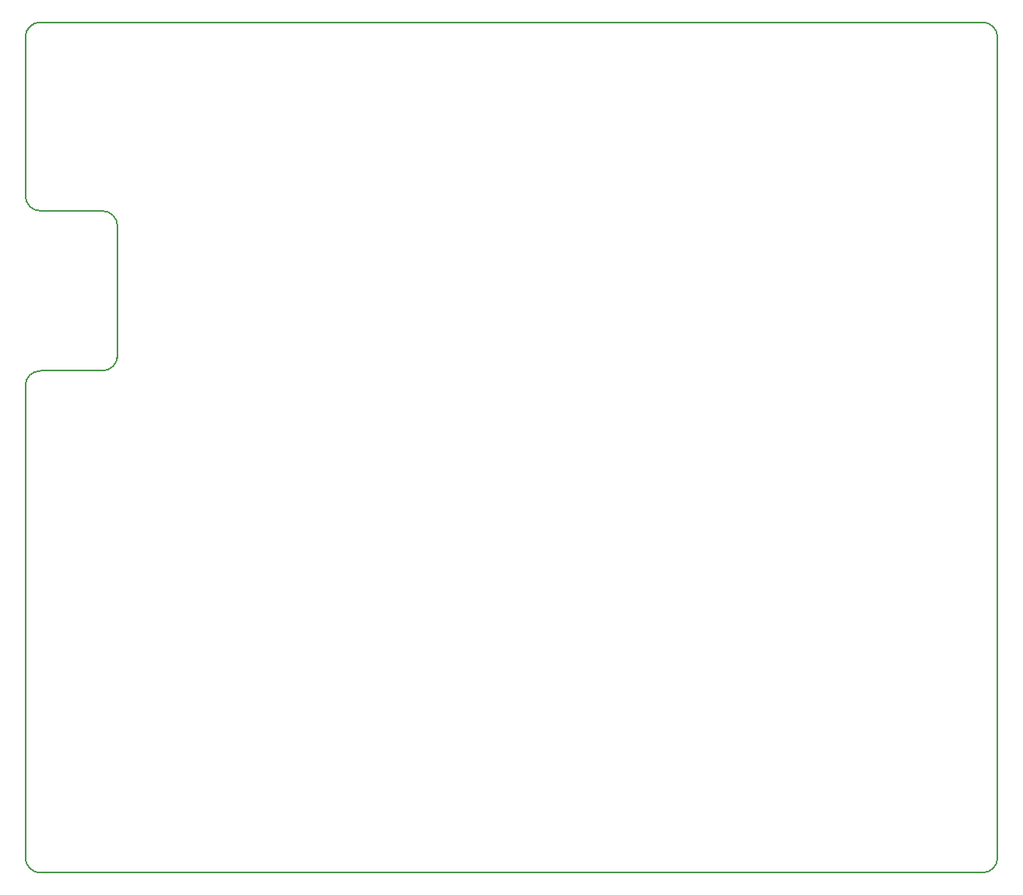
<source format=gbr>
G04 start of page 6 for group 4 idx 4 *
G04 Title: 971 BBB Cape, outline *
G04 Creator: pcb 20110918 *
G04 CreationDate: Thu Dec  5 05:46:54 2013 UTC *
G04 For: brians *
G04 Format: Gerber/RS-274X *
G04 PCB-Dimensions: 500000 400000 *
G04 PCB-Coordinate-Origin: lower left *
%MOIN*%
%FSLAX25Y25*%
%LNOUTLINE*%
%ADD248C,0.0080*%
G54D248*X479100Y35500D02*X73500D01*
X68000Y42000D02*Y244000D01*
X74500Y250500D02*X101000D01*
X107500Y256000D02*Y312500D01*
X101000Y319000D02*X74500D01*
Y399800D02*X478100D01*
X484600Y393300D02*Y42000D01*
X68000Y325500D02*Y393300D01*
X74500Y35500D02*G75*G02X68000Y42000I0J6500D01*G01*
Y244000D02*G75*G02X74500Y250500I6500J0D01*G01*
X107500Y257000D02*G75*G02X101000Y250500I-6500J0D01*G01*
Y319000D02*G75*G02X107500Y312500I0J-6500D01*G01*
X74500Y319000D02*G75*G02X68000Y325500I0J6500D01*G01*
X478100Y399800D02*G75*G02X484600Y393300I0J-6500D01*G01*
Y42000D02*G75*G02X478100Y35500I-6500J0D01*G01*
X68000Y393300D02*G75*G02X74500Y399800I6500J0D01*G01*
M02*

</source>
